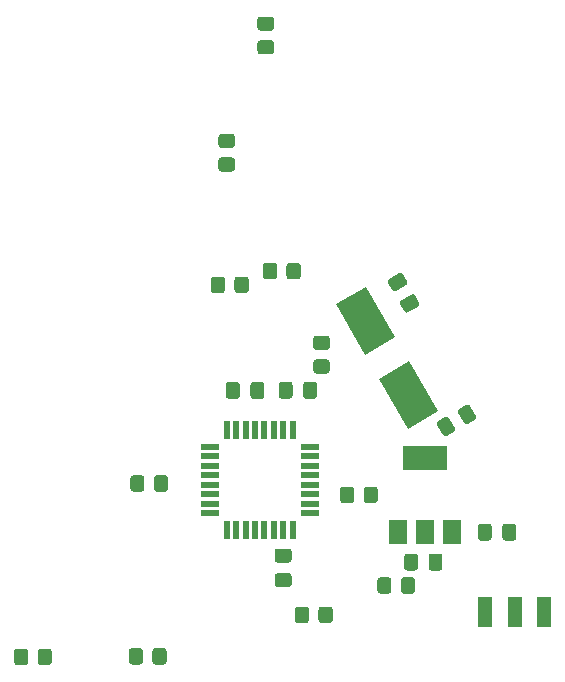
<source format=gbr>
%TF.GenerationSoftware,KiCad,Pcbnew,(5.1.12-1-10_14)*%
%TF.CreationDate,2021-11-29T13:25:55-05:00*%
%TF.ProjectId,Electronics Club,456c6563-7472-46f6-9e69-637320436c75,rev?*%
%TF.SameCoordinates,Original*%
%TF.FileFunction,Paste,Bot*%
%TF.FilePolarity,Positive*%
%FSLAX46Y46*%
G04 Gerber Fmt 4.6, Leading zero omitted, Abs format (unit mm)*
G04 Created by KiCad (PCBNEW (5.1.12-1-10_14)) date 2021-11-29 13:25:55*
%MOMM*%
%LPD*%
G01*
G04 APERTURE LIST*
%ADD10C,0.100000*%
%ADD11R,1.250000X2.500000*%
%ADD12R,3.800000X2.000000*%
%ADD13R,1.500000X2.000000*%
%ADD14R,0.550000X1.600000*%
%ADD15R,1.600000X0.550000*%
G04 APERTURE END LIST*
D10*
%TO.C,Y1*%
G36*
X191684362Y-93065438D02*
G01*
X194282438Y-91565438D01*
X196732438Y-95808962D01*
X194134362Y-97308962D01*
X191684362Y-93065438D01*
G37*
G36*
X188034362Y-86743452D02*
G01*
X190632438Y-85243452D01*
X193082438Y-89486976D01*
X190484362Y-90986976D01*
X188034362Y-86743452D01*
G37*
%TD*%
%TO.C,C1*%
G36*
G01*
X201255300Y-105544600D02*
X201255300Y-106494600D01*
G75*
G02*
X201005300Y-106744600I-250000J0D01*
G01*
X200330300Y-106744600D01*
G75*
G02*
X200080300Y-106494600I0J250000D01*
G01*
X200080300Y-105544600D01*
G75*
G02*
X200330300Y-105294600I250000J0D01*
G01*
X201005300Y-105294600D01*
G75*
G02*
X201255300Y-105544600I0J-250000D01*
G01*
G37*
G36*
G01*
X203330300Y-105544600D02*
X203330300Y-106494600D01*
G75*
G02*
X203080300Y-106744600I-250000J0D01*
G01*
X202405300Y-106744600D01*
G75*
G02*
X202155300Y-106494600I0J250000D01*
G01*
X202155300Y-105544600D01*
G75*
G02*
X202405300Y-105294600I250000J0D01*
G01*
X203080300Y-105294600D01*
G75*
G02*
X203330300Y-105544600I0J-250000D01*
G01*
G37*
%TD*%
%TO.C,C2*%
G36*
G01*
X193831900Y-109034600D02*
X193831900Y-108084600D01*
G75*
G02*
X194081900Y-107834600I250000J0D01*
G01*
X194756900Y-107834600D01*
G75*
G02*
X195006900Y-108084600I0J-250000D01*
G01*
X195006900Y-109034600D01*
G75*
G02*
X194756900Y-109284600I-250000J0D01*
G01*
X194081900Y-109284600D01*
G75*
G02*
X193831900Y-109034600I0J250000D01*
G01*
G37*
G36*
G01*
X195906900Y-109034600D02*
X195906900Y-108084600D01*
G75*
G02*
X196156900Y-107834600I250000J0D01*
G01*
X196831900Y-107834600D01*
G75*
G02*
X197081900Y-108084600I0J-250000D01*
G01*
X197081900Y-109034600D01*
G75*
G02*
X196831900Y-109284600I-250000J0D01*
G01*
X196156900Y-109284600D01*
G75*
G02*
X195906900Y-109034600I0J250000D01*
G01*
G37*
%TD*%
%TO.C,C3*%
G36*
G01*
X185285800Y-94480400D02*
X185285800Y-93530400D01*
G75*
G02*
X185535800Y-93280400I250000J0D01*
G01*
X186210800Y-93280400D01*
G75*
G02*
X186460800Y-93530400I0J-250000D01*
G01*
X186460800Y-94480400D01*
G75*
G02*
X186210800Y-94730400I-250000J0D01*
G01*
X185535800Y-94730400D01*
G75*
G02*
X185285800Y-94480400I0J250000D01*
G01*
G37*
G36*
G01*
X183210800Y-94480400D02*
X183210800Y-93530400D01*
G75*
G02*
X183460800Y-93280400I250000J0D01*
G01*
X184135800Y-93280400D01*
G75*
G02*
X184385800Y-93530400I0J-250000D01*
G01*
X184385800Y-94480400D01*
G75*
G02*
X184135800Y-94730400I-250000J0D01*
G01*
X183460800Y-94730400D01*
G75*
G02*
X183210800Y-94480400I0J250000D01*
G01*
G37*
%TD*%
%TO.C,C4*%
G36*
G01*
X183116200Y-107421100D02*
X184066200Y-107421100D01*
G75*
G02*
X184316200Y-107671100I0J-250000D01*
G01*
X184316200Y-108346100D01*
G75*
G02*
X184066200Y-108596100I-250000J0D01*
G01*
X183116200Y-108596100D01*
G75*
G02*
X182866200Y-108346100I0J250000D01*
G01*
X182866200Y-107671100D01*
G75*
G02*
X183116200Y-107421100I250000J0D01*
G01*
G37*
G36*
G01*
X183116200Y-109496100D02*
X184066200Y-109496100D01*
G75*
G02*
X184316200Y-109746100I0J-250000D01*
G01*
X184316200Y-110421100D01*
G75*
G02*
X184066200Y-110671100I-250000J0D01*
G01*
X183116200Y-110671100D01*
G75*
G02*
X182866200Y-110421100I0J250000D01*
G01*
X182866200Y-109746100D01*
G75*
G02*
X183116200Y-109496100I250000J0D01*
G01*
G37*
%TD*%
%TO.C,C5*%
G36*
G01*
X179919300Y-93555800D02*
X179919300Y-94505800D01*
G75*
G02*
X179669300Y-94755800I-250000J0D01*
G01*
X178994300Y-94755800D01*
G75*
G02*
X178744300Y-94505800I0J250000D01*
G01*
X178744300Y-93555800D01*
G75*
G02*
X178994300Y-93305800I250000J0D01*
G01*
X179669300Y-93305800D01*
G75*
G02*
X179919300Y-93555800I0J-250000D01*
G01*
G37*
G36*
G01*
X181994300Y-93555800D02*
X181994300Y-94505800D01*
G75*
G02*
X181744300Y-94755800I-250000J0D01*
G01*
X181069300Y-94755800D01*
G75*
G02*
X180819300Y-94505800I0J250000D01*
G01*
X180819300Y-93555800D01*
G75*
G02*
X181069300Y-93305800I250000J0D01*
G01*
X181744300Y-93305800D01*
G75*
G02*
X181994300Y-93555800I0J-250000D01*
G01*
G37*
%TD*%
%TO.C,C6*%
G36*
G01*
X195015112Y-86936090D02*
X194192388Y-87411090D01*
G75*
G02*
X193850882Y-87319584I-125000J216506D01*
G01*
X193513382Y-86735016D01*
G75*
G02*
X193604888Y-86393510I216506J125000D01*
G01*
X194427612Y-85918510D01*
G75*
G02*
X194769118Y-86010016I125000J-216506D01*
G01*
X195106618Y-86594584D01*
G75*
G02*
X195015112Y-86936090I-216506J-125000D01*
G01*
G37*
G36*
G01*
X193977612Y-85139088D02*
X193154888Y-85614088D01*
G75*
G02*
X192813382Y-85522582I-125000J216506D01*
G01*
X192475882Y-84938014D01*
G75*
G02*
X192567388Y-84596508I216506J125000D01*
G01*
X193390112Y-84121508D01*
G75*
G02*
X193731618Y-84213014I125000J-216506D01*
G01*
X194069118Y-84797582D01*
G75*
G02*
X193977612Y-85139088I-216506J-125000D01*
G01*
G37*
%TD*%
%TO.C,C7*%
G36*
G01*
X199445390Y-95332288D02*
X199920390Y-96155012D01*
G75*
G02*
X199828884Y-96496518I-216506J-125000D01*
G01*
X199244316Y-96834018D01*
G75*
G02*
X198902810Y-96742512I-125000J216506D01*
G01*
X198427810Y-95919788D01*
G75*
G02*
X198519316Y-95578282I216506J125000D01*
G01*
X199103884Y-95240782D01*
G75*
G02*
X199445390Y-95332288I125000J-216506D01*
G01*
G37*
G36*
G01*
X197648388Y-96369788D02*
X198123388Y-97192512D01*
G75*
G02*
X198031882Y-97534018I-216506J-125000D01*
G01*
X197447314Y-97871518D01*
G75*
G02*
X197105808Y-97780012I-125000J216506D01*
G01*
X196630808Y-96957288D01*
G75*
G02*
X196722314Y-96615782I216506J125000D01*
G01*
X197306882Y-96278282D01*
G75*
G02*
X197648388Y-96369788I125000J-216506D01*
G01*
G37*
%TD*%
%TO.C,R1*%
G36*
G01*
X182568001Y-65573200D02*
X181667999Y-65573200D01*
G75*
G02*
X181418000Y-65323201I0J249999D01*
G01*
X181418000Y-64623199D01*
G75*
G02*
X181667999Y-64373200I249999J0D01*
G01*
X182568001Y-64373200D01*
G75*
G02*
X182818000Y-64623199I0J-249999D01*
G01*
X182818000Y-65323201D01*
G75*
G02*
X182568001Y-65573200I-249999J0D01*
G01*
G37*
G36*
G01*
X182568001Y-63573200D02*
X181667999Y-63573200D01*
G75*
G02*
X181418000Y-63323201I0J249999D01*
G01*
X181418000Y-62623199D01*
G75*
G02*
X181667999Y-62373200I249999J0D01*
G01*
X182568001Y-62373200D01*
G75*
G02*
X182818000Y-62623199I0J-249999D01*
G01*
X182818000Y-63323201D01*
G75*
G02*
X182568001Y-63573200I-249999J0D01*
G01*
G37*
%TD*%
%TO.C,R2*%
G36*
G01*
X162007600Y-116135999D02*
X162007600Y-117036001D01*
G75*
G02*
X161757601Y-117286000I-249999J0D01*
G01*
X161057599Y-117286000D01*
G75*
G02*
X160807600Y-117036001I0J249999D01*
G01*
X160807600Y-116135999D01*
G75*
G02*
X161057599Y-115886000I249999J0D01*
G01*
X161757601Y-115886000D01*
G75*
G02*
X162007600Y-116135999I0J-249999D01*
G01*
G37*
G36*
G01*
X164007600Y-116135999D02*
X164007600Y-117036001D01*
G75*
G02*
X163757601Y-117286000I-249999J0D01*
G01*
X163057599Y-117286000D01*
G75*
G02*
X162807600Y-117036001I0J249999D01*
G01*
X162807600Y-116135999D01*
G75*
G02*
X163057599Y-115886000I249999J0D01*
G01*
X163757601Y-115886000D01*
G75*
G02*
X164007600Y-116135999I0J-249999D01*
G01*
G37*
%TD*%
%TO.C,R3*%
G36*
G01*
X180670000Y-84639999D02*
X180670000Y-85540001D01*
G75*
G02*
X180420001Y-85790000I-249999J0D01*
G01*
X179719999Y-85790000D01*
G75*
G02*
X179470000Y-85540001I0J249999D01*
G01*
X179470000Y-84639999D01*
G75*
G02*
X179719999Y-84390000I249999J0D01*
G01*
X180420001Y-84390000D01*
G75*
G02*
X180670000Y-84639999I0J-249999D01*
G01*
G37*
G36*
G01*
X178670000Y-84639999D02*
X178670000Y-85540001D01*
G75*
G02*
X178420001Y-85790000I-249999J0D01*
G01*
X177719999Y-85790000D01*
G75*
G02*
X177470000Y-85540001I0J249999D01*
G01*
X177470000Y-84639999D01*
G75*
G02*
X177719999Y-84390000I249999J0D01*
G01*
X178420001Y-84390000D01*
G75*
G02*
X178670000Y-84639999I0J-249999D01*
G01*
G37*
%TD*%
%TO.C,R4*%
G36*
G01*
X190408000Y-103320001D02*
X190408000Y-102419999D01*
G75*
G02*
X190657999Y-102170000I249999J0D01*
G01*
X191358001Y-102170000D01*
G75*
G02*
X191608000Y-102419999I0J-249999D01*
G01*
X191608000Y-103320001D01*
G75*
G02*
X191358001Y-103570000I-249999J0D01*
G01*
X190657999Y-103570000D01*
G75*
G02*
X190408000Y-103320001I0J249999D01*
G01*
G37*
G36*
G01*
X188408000Y-103320001D02*
X188408000Y-102419999D01*
G75*
G02*
X188657999Y-102170000I249999J0D01*
G01*
X189358001Y-102170000D01*
G75*
G02*
X189608000Y-102419999I0J-249999D01*
G01*
X189608000Y-103320001D01*
G75*
G02*
X189358001Y-103570000I-249999J0D01*
G01*
X188657999Y-103570000D01*
G75*
G02*
X188408000Y-103320001I0J249999D01*
G01*
G37*
%TD*%
%TO.C,R5*%
G36*
G01*
X187292401Y-92598800D02*
X186392399Y-92598800D01*
G75*
G02*
X186142400Y-92348801I0J249999D01*
G01*
X186142400Y-91648799D01*
G75*
G02*
X186392399Y-91398800I249999J0D01*
G01*
X187292401Y-91398800D01*
G75*
G02*
X187542400Y-91648799I0J-249999D01*
G01*
X187542400Y-92348801D01*
G75*
G02*
X187292401Y-92598800I-249999J0D01*
G01*
G37*
G36*
G01*
X187292401Y-90598800D02*
X186392399Y-90598800D01*
G75*
G02*
X186142400Y-90348801I0J249999D01*
G01*
X186142400Y-89648799D01*
G75*
G02*
X186392399Y-89398800I249999J0D01*
G01*
X187292401Y-89398800D01*
G75*
G02*
X187542400Y-89648799I0J-249999D01*
G01*
X187542400Y-90348801D01*
G75*
G02*
X187292401Y-90598800I-249999J0D01*
G01*
G37*
%TD*%
%TO.C,R6*%
G36*
G01*
X193557600Y-110990801D02*
X193557600Y-110090799D01*
G75*
G02*
X193807599Y-109840800I249999J0D01*
G01*
X194507601Y-109840800D01*
G75*
G02*
X194757600Y-110090799I0J-249999D01*
G01*
X194757600Y-110990801D01*
G75*
G02*
X194507601Y-111240800I-249999J0D01*
G01*
X193807599Y-111240800D01*
G75*
G02*
X193557600Y-110990801I0J249999D01*
G01*
G37*
G36*
G01*
X191557600Y-110990801D02*
X191557600Y-110090799D01*
G75*
G02*
X191807599Y-109840800I249999J0D01*
G01*
X192507601Y-109840800D01*
G75*
G02*
X192757600Y-110090799I0J-249999D01*
G01*
X192757600Y-110990801D01*
G75*
G02*
X192507601Y-111240800I-249999J0D01*
G01*
X191807599Y-111240800D01*
G75*
G02*
X191557600Y-110990801I0J249999D01*
G01*
G37*
%TD*%
%TO.C,R7*%
G36*
G01*
X173846800Y-101454799D02*
X173846800Y-102354801D01*
G75*
G02*
X173596801Y-102604800I-249999J0D01*
G01*
X172896799Y-102604800D01*
G75*
G02*
X172646800Y-102354801I0J249999D01*
G01*
X172646800Y-101454799D01*
G75*
G02*
X172896799Y-101204800I249999J0D01*
G01*
X173596801Y-101204800D01*
G75*
G02*
X173846800Y-101454799I0J-249999D01*
G01*
G37*
G36*
G01*
X171846800Y-101454799D02*
X171846800Y-102354801D01*
G75*
G02*
X171596801Y-102604800I-249999J0D01*
G01*
X170896799Y-102604800D01*
G75*
G02*
X170646800Y-102354801I0J249999D01*
G01*
X170646800Y-101454799D01*
G75*
G02*
X170896799Y-101204800I249999J0D01*
G01*
X171596801Y-101204800D01*
G75*
G02*
X171846800Y-101454799I0J-249999D01*
G01*
G37*
%TD*%
%TO.C,R8*%
G36*
G01*
X179266001Y-73498000D02*
X178365999Y-73498000D01*
G75*
G02*
X178116000Y-73248001I0J249999D01*
G01*
X178116000Y-72547999D01*
G75*
G02*
X178365999Y-72298000I249999J0D01*
G01*
X179266001Y-72298000D01*
G75*
G02*
X179516000Y-72547999I0J-249999D01*
G01*
X179516000Y-73248001D01*
G75*
G02*
X179266001Y-73498000I-249999J0D01*
G01*
G37*
G36*
G01*
X179266001Y-75498000D02*
X178365999Y-75498000D01*
G75*
G02*
X178116000Y-75248001I0J249999D01*
G01*
X178116000Y-74547999D01*
G75*
G02*
X178365999Y-74298000I249999J0D01*
G01*
X179266001Y-74298000D01*
G75*
G02*
X179516000Y-74547999I0J-249999D01*
G01*
X179516000Y-75248001D01*
G75*
G02*
X179266001Y-75498000I-249999J0D01*
G01*
G37*
%TD*%
%TO.C,R9*%
G36*
G01*
X181873600Y-84371601D02*
X181873600Y-83471599D01*
G75*
G02*
X182123599Y-83221600I249999J0D01*
G01*
X182823601Y-83221600D01*
G75*
G02*
X183073600Y-83471599I0J-249999D01*
G01*
X183073600Y-84371601D01*
G75*
G02*
X182823601Y-84621600I-249999J0D01*
G01*
X182123599Y-84621600D01*
G75*
G02*
X181873600Y-84371601I0J249999D01*
G01*
G37*
G36*
G01*
X183873600Y-84371601D02*
X183873600Y-83471599D01*
G75*
G02*
X184123599Y-83221600I249999J0D01*
G01*
X184823601Y-83221600D01*
G75*
G02*
X185073600Y-83471599I0J-249999D01*
G01*
X185073600Y-84371601D01*
G75*
G02*
X184823601Y-84621600I-249999J0D01*
G01*
X184123599Y-84621600D01*
G75*
G02*
X183873600Y-84371601I0J249999D01*
G01*
G37*
%TD*%
%TO.C,R10*%
G36*
G01*
X185782000Y-112579999D02*
X185782000Y-113480001D01*
G75*
G02*
X185532001Y-113730000I-249999J0D01*
G01*
X184831999Y-113730000D01*
G75*
G02*
X184582000Y-113480001I0J249999D01*
G01*
X184582000Y-112579999D01*
G75*
G02*
X184831999Y-112330000I249999J0D01*
G01*
X185532001Y-112330000D01*
G75*
G02*
X185782000Y-112579999I0J-249999D01*
G01*
G37*
G36*
G01*
X187782000Y-112579999D02*
X187782000Y-113480001D01*
G75*
G02*
X187532001Y-113730000I-249999J0D01*
G01*
X186831999Y-113730000D01*
G75*
G02*
X186582000Y-113480001I0J249999D01*
G01*
X186582000Y-112579999D01*
G75*
G02*
X186831999Y-112330000I249999J0D01*
G01*
X187532001Y-112330000D01*
G75*
G02*
X187782000Y-112579999I0J-249999D01*
G01*
G37*
%TD*%
%TO.C,R11*%
G36*
G01*
X173726400Y-116085199D02*
X173726400Y-116985201D01*
G75*
G02*
X173476401Y-117235200I-249999J0D01*
G01*
X172776399Y-117235200D01*
G75*
G02*
X172526400Y-116985201I0J249999D01*
G01*
X172526400Y-116085199D01*
G75*
G02*
X172776399Y-115835200I249999J0D01*
G01*
X173476401Y-115835200D01*
G75*
G02*
X173726400Y-116085199I0J-249999D01*
G01*
G37*
G36*
G01*
X171726400Y-116085199D02*
X171726400Y-116985201D01*
G75*
G02*
X171476401Y-117235200I-249999J0D01*
G01*
X170776399Y-117235200D01*
G75*
G02*
X170526400Y-116985201I0J249999D01*
G01*
X170526400Y-116085199D01*
G75*
G02*
X170776399Y-115835200I249999J0D01*
G01*
X171476401Y-115835200D01*
G75*
G02*
X171726400Y-116085199I0J-249999D01*
G01*
G37*
%TD*%
D11*
%TO.C,SW1*%
X205700000Y-112820000D03*
X203200000Y-112820000D03*
X200700000Y-112820000D03*
%TD*%
D12*
%TO.C,U2*%
X195580000Y-99720000D03*
D13*
X195580000Y-106020000D03*
X193280000Y-106020000D03*
X197880000Y-106020000D03*
%TD*%
D14*
%TO.C,U3*%
X178810000Y-97350000D03*
X179610000Y-97350000D03*
X180410000Y-97350000D03*
X181210000Y-97350000D03*
X182010000Y-97350000D03*
X182810000Y-97350000D03*
X183610000Y-97350000D03*
X184410000Y-97350000D03*
D15*
X185860000Y-98800000D03*
X185860000Y-99600000D03*
X185860000Y-100400000D03*
X185860000Y-101200000D03*
X185860000Y-102000000D03*
X185860000Y-102800000D03*
X185860000Y-103600000D03*
X185860000Y-104400000D03*
D14*
X184410000Y-105850000D03*
X183610000Y-105850000D03*
X182810000Y-105850000D03*
X182010000Y-105850000D03*
X181210000Y-105850000D03*
X180410000Y-105850000D03*
X179610000Y-105850000D03*
X178810000Y-105850000D03*
D15*
X177360000Y-104400000D03*
X177360000Y-103600000D03*
X177360000Y-102800000D03*
X177360000Y-102000000D03*
X177360000Y-101200000D03*
X177360000Y-100400000D03*
X177360000Y-99600000D03*
X177360000Y-98800000D03*
%TD*%
M02*

</source>
